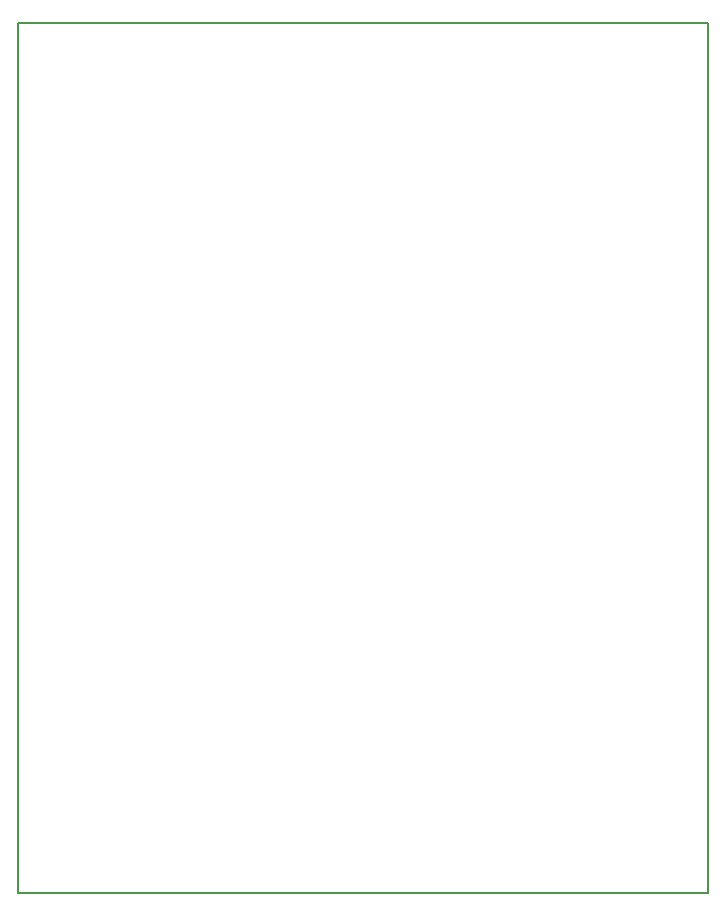
<source format=gm1>
G04 #@! TF.GenerationSoftware,KiCad,Pcbnew,(6.0.8)*
G04 #@! TF.CreationDate,2022-11-30T11:22:52+01:00*
G04 #@! TF.ProjectId,xy-systeem,78792d73-7973-4746-9565-6d2e6b696361,rev?*
G04 #@! TF.SameCoordinates,Original*
G04 #@! TF.FileFunction,Profile,NP*
%FSLAX46Y46*%
G04 Gerber Fmt 4.6, Leading zero omitted, Abs format (unit mm)*
G04 Created by KiCad (PCBNEW (6.0.8)) date 2022-11-30 11:22:52*
%MOMM*%
%LPD*%
G01*
G04 APERTURE LIST*
G04 #@! TA.AperFunction,Profile*
%ADD10C,0.200000*%
G04 #@! TD*
G04 APERTURE END LIST*
D10*
X114300000Y-140970000D02*
X172720000Y-140970000D01*
X172720000Y-140970000D02*
X172720000Y-67310000D01*
X172720000Y-67310000D02*
X114300000Y-67310000D01*
X114300000Y-67310000D02*
X114300000Y-140970000D01*
M02*

</source>
